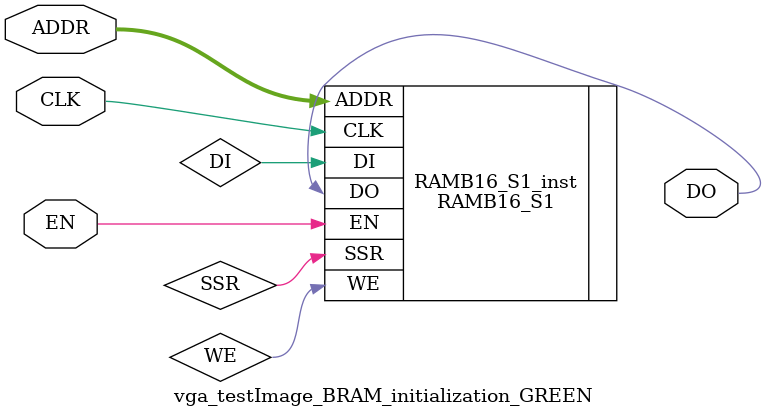
<source format=v>
`timescale 1ns / 1ps

module vga_testImage_BRAM_initialization_GREEN(
	input CLK,
	input [13:0] ADDR,
	input EN,
	output DO);
   // RAMB16_S1: 16kx1 Single-Port RAM
   //            Spartan-3E
   // Xilinx HDL Language Template, version 14.7
   RAMB16_S1 #(
      .INIT(1'b0),  // Value of output RAM registers at startup
      .SRVAL(1'b0), // Output value upon SSR assertion
      .WRITE_MODE("WRITE_FIRST"), // WRITE_FIRST, READ_FIRST or NO_CHANGE

      // The forllowing INIT_xx declarations specify the initial contents of the RAM
      // Address 0 to 4095
      .INIT_00(256'h0000000000000000000000000000000000000000000000000000000000000000),
      .INIT_01(256'hffffffffffffffffffffffffffffffffffffffffffffffffffffffffffffffff),
      .INIT_02(256'h0000000000000000000000000000000000000000000000000000000000000000),
      .INIT_03(256'hffffffffffffffffffffffffffffffffffffffffffffffffffffffffffffffff),
      .INIT_04(256'h0000000000000000000000000000000000000000000000000000000000000000),
      .INIT_05(256'hffffffffffffffffffffffffffffffffffffffffffffffffffffffffffffffff),
      .INIT_06(256'h0000000000000000000000000000000000000000000000000000000000000000),
      .INIT_07(256'hffffffffffffffffffffffffffffffffffffffffffffffffffffffffffffffff),
      .INIT_08(256'h0000000000000000000000000000000000000000000000000000000000000000),
      .INIT_09(256'hffffffffffffffffffffffffffffffffffffffffffffffffffffffffffffffff),
      .INIT_0A(256'h0000000000000000000000000000000000000000000000000000000000000000),
      .INIT_0B(256'hffffffffffffffffffffffffffffffffffffffffffffffffffffffffffffffff),
      .INIT_0C(256'hffffffffffffffffffffffffffffffffffffffffffffffffffffffffffffffff),
      .INIT_0D(256'hffffffffffffffffffffffffffffffffffffffffffffffffffffffffffffffff),
      .INIT_0E(256'hffffffffffffffffffffffffffffffffffffffffffffffffffffffffffffffff),
      .INIT_0F(256'hffffffffffffffffffffffffffffffffffffffffffffffffffffffffffffffff),
      // Address 4096 to 8191
      .INIT_10(256'hffffffffffffffffffffffffffffffffffffffffffffffffffffffffffffffff),
      .INIT_11(256'hffffffffffffffffffffffffffffffffffffffffffffffffffffffffffffffff),
      .INIT_12(256'hffffffffffffffffffffffffffffffffffffffffffffffffffffffffffffffff),
      .INIT_13(256'hffffffffffffffffffffffffffffffffffffffffffffffffffffffffffffffff),
      .INIT_14(256'hffffffffffffffffffffffffffffffffffffffffffffffffffffffffffffffff),
      .INIT_15(256'hffffffffffffffffffffffffffffffffffffffffffffffffffffffffffffffff),
      .INIT_16(256'hffffffffffffffffffffffffffffffffffffffffffffffffffffffffffffffff),
      .INIT_17(256'hffffffffffffffffffffffffffffffffffffffffffffffffffffffffffffffff),
      .INIT_18(256'h0000000000000000000000000000000000000000000000000000000000000000),
      .INIT_19(256'hffffffffffffffffffffffffffffffffffffffffffffffffffffffffffffffff),
      .INIT_1A(256'h0000000000000000000000000000000000000000000000000000000000000000),
      .INIT_1B(256'hffffffffffffffffffffffffffffffffffffffffffffffffffffffffffffffff),
      .INIT_1C(256'h0000000000000000000000000000000000000000000000000000000000000000),
      .INIT_1D(256'hffffffffffffffffffffffffffffffffffffffffffffffffffffffffffffffff),
      .INIT_1E(256'h0000000000000000000000000000000000000000000000000000000000000000),
      .INIT_1F(256'hffffffffffffffffffffffffffffffffffffffffffffffffffffffffffffffff),
      // Address 8192 to 12287
      .INIT_20(256'h0000000000000000000000000000000000000000000000000000000000000000),
      .INIT_21(256'hffffffffffffffffffffffffffffffffffffffffffffffffffffffffffffffff),
      .INIT_22(256'h0000000000000000000000000000000000000000000000000000000000000000),
      .INIT_23(256'hffffffffffffffffffffffffffffffffffffffffffffffffffffffffffffffff),
      .INIT_24(256'h0000000000000000000000000000000000000000000000000000000000000000),
      .INIT_25(256'h0000001111110000001111110000001111110000000000001111111111111111),
      .INIT_26(256'h0000001111110000000000000000001111110000000000000000000000000000),
      .INIT_27(256'h0000001111110000001111110000001111110000000000001111111111111111),
      .INIT_28(256'h0000001111110000000000000000001111110000000000000000000000000000),
      .INIT_29(256'h0000001111110000001111110000001111110000000000001111111111111111),
      .INIT_2A(256'h0000001111110000000000000000001111110000000000000000000000000000),
      .INIT_2B(256'h0000001111110000001111110000001111110000000000001111111111111111),
      .INIT_2C(256'h0000001111110000000000000000001111110000000000000000000000000000),
      .INIT_2D(256'h0000001111110000001111110000001111110000000000001111111111111111),
      .INIT_2E(256'h0000001111110000000000000000001111110000000000000000000000000000),
      .INIT_2F(256'h0000001111110000001111110000001111110000000000001111111111111111),
      // Address 12288 to 16383
      .INIT_30(256'h0000000000000000000000000000000000000000000000000000000000000000),
      .INIT_31(256'h0000000000000000000000000000000000000000000000000000000000000000),
      .INIT_32(256'h0000000000000000000000000000000000000000000000000000000000000000),
      .INIT_33(256'h0000000000000000000000000000000000000000000000000000000000000000),
      .INIT_34(256'h0000000000000000000000000000000000000000000000000000000000000000),
      .INIT_35(256'h0000000000000000000000000000000000000000000000000000000000000000),
      .INIT_36(256'h0000000000000000000000000000000000000000000000000000000000000000),
      .INIT_37(256'h0000000000000000000000000000000000000000000000000000000000000000),
      .INIT_38(256'h0000000000000000000000000000000000000000000000000000000000000000),
      .INIT_39(256'h0000000000000000000000000000000000000000000000000000000000000000),
      .INIT_3A(256'h0000000000000000000000000000000000000000000000000000000000000000),
      .INIT_3B(256'h0000000000000000000000000000000000000000000000000000000000000000),
      .INIT_3C(256'h0000000000000000000000000000000000000000000000000000000000000000),
      .INIT_3D(256'h0000000000000000000000000000000000000000000000000000000000000000),
      .INIT_3E(256'h0000000000000000000000000000000000000000000000000000000000000000),
      .INIT_3F(256'h0000000000000000000000000000000000000000000000000000000000000000)
   ) RAMB16_S1_inst (
      .DO(DO),      // 1-bit Data Output
      .ADDR(ADDR),  // 14-bit Address Input
      .CLK(CLK),    // Clock
      .DI(DI),      // 1-bit Data Input
      .EN(EN),      // RAM Enable Input
      .SSR(SSR),    // Synchronous Set/Reset Input
      .WE(WE)       // Write Enable Input
   );

  // End of RAMB16_S1_inst instantiation


endmodule

</source>
